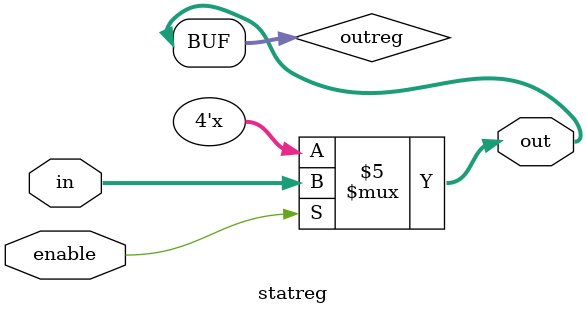
<source format=v>

`timescale 1ns/100ps

module statreg (in, enable, out);

  /*
   *  STATUS REGISTER - statreg.v
   *
   *  Inputs:
   *   - in (4 bits): The status bits generated by the ALU. The status register
   *        saves these bits so that the control unit can use them in branches.
   *        For a description of the status bits, see the description of alu.v.
   *   - enable: When this is set to 1, the values of in are saved.
   *
   *  Outputs:
   *   - out (4 bits): The status bits saved from the ALU.
   *
   */

  input  [3:0] in;
  input        enable;
  output [3:0] out;

  reg   [3:0] outreg;

  initial
    outreg = 4'b0000;
   
  always @ (enable, in)
    if (enable == 1'b1)
      outreg = in;

  assign out = outreg;

endmodule 

</source>
